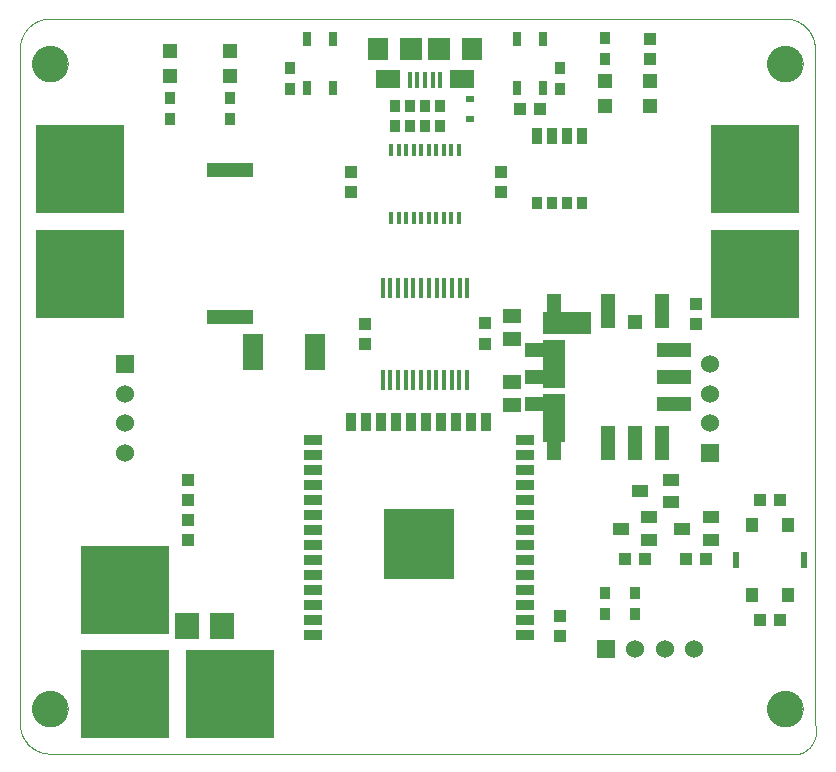
<source format=gts>
G75*
%MOIN*%
%OFA0B0*%
%FSLAX25Y25*%
%IPPOS*%
%LPD*%
%AMOC8*
5,1,8,0,0,1.08239X$1,22.5*
%
%ADD10C,0.00000*%
%ADD11R,0.02500X0.05000*%
%ADD12R,0.04252X0.04134*%
%ADD13R,0.07874X0.08661*%
%ADD14R,0.03937X0.04331*%
%ADD15R,0.03346X0.04134*%
%ADD16R,0.06000X0.06000*%
%ADD17C,0.06000*%
%ADD18R,0.03150X0.02362*%
%ADD19R,0.01500X0.04303*%
%ADD20R,0.01575X0.05315*%
%ADD21R,0.08268X0.06299*%
%ADD22R,0.07087X0.07480*%
%ADD23R,0.07480X0.07480*%
%ADD24R,0.04724X0.04724*%
%ADD25R,0.04331X0.03937*%
%ADD26R,0.01772X0.07087*%
%ADD27R,0.29528X0.29528*%
%ADD28C,0.11811*%
%ADD29R,0.03346X0.05709*%
%ADD30R,0.05906X0.03543*%
%ADD31R,0.03543X0.05906*%
%ADD32R,0.23622X0.23622*%
%ADD33R,0.15748X0.04724*%
%ADD34R,0.04134X0.04252*%
%ADD35R,0.07008X0.12402*%
%ADD36R,0.04331X0.05118*%
%ADD37R,0.02362X0.05512*%
%ADD38R,0.04528X0.11811*%
%ADD39R,0.07520X0.16496*%
%ADD40R,0.16496X0.07520*%
%ADD41R,0.11811X0.04528*%
%ADD42R,0.04528X0.04528*%
%ADD43R,0.05906X0.05118*%
%ADD44R,0.05512X0.03937*%
D10*
X0081800Y0068933D02*
X0081800Y0293933D01*
X0081803Y0294175D01*
X0081812Y0294416D01*
X0081826Y0294657D01*
X0081847Y0294898D01*
X0081873Y0295138D01*
X0081905Y0295378D01*
X0081943Y0295617D01*
X0081986Y0295854D01*
X0082036Y0296091D01*
X0082091Y0296326D01*
X0082151Y0296560D01*
X0082218Y0296792D01*
X0082289Y0297023D01*
X0082367Y0297252D01*
X0082450Y0297479D01*
X0082538Y0297704D01*
X0082632Y0297927D01*
X0082731Y0298147D01*
X0082836Y0298365D01*
X0082945Y0298580D01*
X0083060Y0298793D01*
X0083180Y0299003D01*
X0083305Y0299209D01*
X0083435Y0299413D01*
X0083570Y0299614D01*
X0083710Y0299811D01*
X0083854Y0300005D01*
X0084003Y0300195D01*
X0084157Y0300381D01*
X0084315Y0300564D01*
X0084477Y0300743D01*
X0084644Y0300918D01*
X0084815Y0301089D01*
X0084990Y0301256D01*
X0085169Y0301418D01*
X0085352Y0301576D01*
X0085538Y0301730D01*
X0085728Y0301879D01*
X0085922Y0302023D01*
X0086119Y0302163D01*
X0086320Y0302298D01*
X0086524Y0302428D01*
X0086730Y0302553D01*
X0086940Y0302673D01*
X0087153Y0302788D01*
X0087368Y0302897D01*
X0087586Y0303002D01*
X0087806Y0303101D01*
X0088029Y0303195D01*
X0088254Y0303283D01*
X0088481Y0303366D01*
X0088710Y0303444D01*
X0088941Y0303515D01*
X0089173Y0303582D01*
X0089407Y0303642D01*
X0089642Y0303697D01*
X0089879Y0303747D01*
X0090116Y0303790D01*
X0090355Y0303828D01*
X0090595Y0303860D01*
X0090835Y0303886D01*
X0091076Y0303907D01*
X0091317Y0303921D01*
X0091558Y0303930D01*
X0091800Y0303933D01*
X0336800Y0303933D01*
X0337042Y0303930D01*
X0337283Y0303921D01*
X0337524Y0303907D01*
X0337765Y0303886D01*
X0338005Y0303860D01*
X0338245Y0303828D01*
X0338484Y0303790D01*
X0338721Y0303747D01*
X0338958Y0303697D01*
X0339193Y0303642D01*
X0339427Y0303582D01*
X0339659Y0303515D01*
X0339890Y0303444D01*
X0340119Y0303366D01*
X0340346Y0303283D01*
X0340571Y0303195D01*
X0340794Y0303101D01*
X0341014Y0303002D01*
X0341232Y0302897D01*
X0341447Y0302788D01*
X0341660Y0302673D01*
X0341870Y0302553D01*
X0342076Y0302428D01*
X0342280Y0302298D01*
X0342481Y0302163D01*
X0342678Y0302023D01*
X0342872Y0301879D01*
X0343062Y0301730D01*
X0343248Y0301576D01*
X0343431Y0301418D01*
X0343610Y0301256D01*
X0343785Y0301089D01*
X0343956Y0300918D01*
X0344123Y0300743D01*
X0344285Y0300564D01*
X0344443Y0300381D01*
X0344597Y0300195D01*
X0344746Y0300005D01*
X0344890Y0299811D01*
X0345030Y0299614D01*
X0345165Y0299413D01*
X0345295Y0299209D01*
X0345420Y0299003D01*
X0345540Y0298793D01*
X0345655Y0298580D01*
X0345764Y0298365D01*
X0345869Y0298147D01*
X0345968Y0297927D01*
X0346062Y0297704D01*
X0346150Y0297479D01*
X0346233Y0297252D01*
X0346311Y0297023D01*
X0346382Y0296792D01*
X0346449Y0296560D01*
X0346509Y0296326D01*
X0346564Y0296091D01*
X0346614Y0295854D01*
X0346657Y0295617D01*
X0346695Y0295378D01*
X0346727Y0295138D01*
X0346753Y0294898D01*
X0346774Y0294657D01*
X0346788Y0294416D01*
X0346797Y0294175D01*
X0346800Y0293933D01*
X0346800Y0068933D01*
X0346859Y0068751D01*
X0346912Y0068568D01*
X0346962Y0068383D01*
X0347007Y0068198D01*
X0347047Y0068011D01*
X0347083Y0067823D01*
X0347114Y0067635D01*
X0347141Y0067446D01*
X0347163Y0067256D01*
X0347181Y0067066D01*
X0347194Y0066875D01*
X0347202Y0066684D01*
X0347206Y0066493D01*
X0347205Y0066302D01*
X0347199Y0066111D01*
X0347189Y0065920D01*
X0347175Y0065730D01*
X0347155Y0065540D01*
X0347131Y0065350D01*
X0347103Y0065161D01*
X0347070Y0064973D01*
X0347032Y0064786D01*
X0346990Y0064599D01*
X0346944Y0064414D01*
X0346893Y0064230D01*
X0346837Y0064047D01*
X0346778Y0063866D01*
X0346713Y0063686D01*
X0346645Y0063507D01*
X0346572Y0063331D01*
X0346495Y0063156D01*
X0346414Y0062983D01*
X0346328Y0062812D01*
X0346239Y0062643D01*
X0346145Y0062477D01*
X0346047Y0062313D01*
X0345946Y0062151D01*
X0345840Y0061991D01*
X0345731Y0061835D01*
X0345618Y0061681D01*
X0345502Y0061529D01*
X0345381Y0061381D01*
X0345257Y0061235D01*
X0345130Y0061093D01*
X0344999Y0060954D01*
X0344865Y0060818D01*
X0344728Y0060685D01*
X0344587Y0060555D01*
X0344444Y0060429D01*
X0344297Y0060307D01*
X0344148Y0060188D01*
X0343995Y0060072D01*
X0343840Y0059961D01*
X0343683Y0059853D01*
X0343522Y0059749D01*
X0343360Y0059649D01*
X0343195Y0059553D01*
X0343027Y0059461D01*
X0342858Y0059373D01*
X0342686Y0059289D01*
X0342512Y0059209D01*
X0342337Y0059134D01*
X0342160Y0059062D01*
X0341981Y0058995D01*
X0341800Y0058933D01*
X0091800Y0058933D01*
X0091558Y0058936D01*
X0091317Y0058945D01*
X0091076Y0058959D01*
X0090835Y0058980D01*
X0090595Y0059006D01*
X0090355Y0059038D01*
X0090116Y0059076D01*
X0089879Y0059119D01*
X0089642Y0059169D01*
X0089407Y0059224D01*
X0089173Y0059284D01*
X0088941Y0059351D01*
X0088710Y0059422D01*
X0088481Y0059500D01*
X0088254Y0059583D01*
X0088029Y0059671D01*
X0087806Y0059765D01*
X0087586Y0059864D01*
X0087368Y0059969D01*
X0087153Y0060078D01*
X0086940Y0060193D01*
X0086730Y0060313D01*
X0086524Y0060438D01*
X0086320Y0060568D01*
X0086119Y0060703D01*
X0085922Y0060843D01*
X0085728Y0060987D01*
X0085538Y0061136D01*
X0085352Y0061290D01*
X0085169Y0061448D01*
X0084990Y0061610D01*
X0084815Y0061777D01*
X0084644Y0061948D01*
X0084477Y0062123D01*
X0084315Y0062302D01*
X0084157Y0062485D01*
X0084003Y0062671D01*
X0083854Y0062861D01*
X0083710Y0063055D01*
X0083570Y0063252D01*
X0083435Y0063453D01*
X0083305Y0063657D01*
X0083180Y0063863D01*
X0083060Y0064073D01*
X0082945Y0064286D01*
X0082836Y0064501D01*
X0082731Y0064719D01*
X0082632Y0064939D01*
X0082538Y0065162D01*
X0082450Y0065387D01*
X0082367Y0065614D01*
X0082289Y0065843D01*
X0082218Y0066074D01*
X0082151Y0066306D01*
X0082091Y0066540D01*
X0082036Y0066775D01*
X0081986Y0067012D01*
X0081943Y0067249D01*
X0081905Y0067488D01*
X0081873Y0067728D01*
X0081847Y0067968D01*
X0081826Y0068209D01*
X0081812Y0068450D01*
X0081803Y0068691D01*
X0081800Y0068933D01*
X0085894Y0073933D02*
X0085896Y0074086D01*
X0085902Y0074240D01*
X0085912Y0074393D01*
X0085926Y0074545D01*
X0085944Y0074698D01*
X0085966Y0074849D01*
X0085991Y0075000D01*
X0086021Y0075151D01*
X0086055Y0075301D01*
X0086092Y0075449D01*
X0086133Y0075597D01*
X0086178Y0075743D01*
X0086227Y0075889D01*
X0086280Y0076033D01*
X0086336Y0076175D01*
X0086396Y0076316D01*
X0086460Y0076456D01*
X0086527Y0076594D01*
X0086598Y0076730D01*
X0086673Y0076864D01*
X0086750Y0076996D01*
X0086832Y0077126D01*
X0086916Y0077254D01*
X0087004Y0077380D01*
X0087095Y0077503D01*
X0087189Y0077624D01*
X0087287Y0077742D01*
X0087387Y0077858D01*
X0087491Y0077971D01*
X0087597Y0078082D01*
X0087706Y0078190D01*
X0087818Y0078295D01*
X0087932Y0078396D01*
X0088050Y0078495D01*
X0088169Y0078591D01*
X0088291Y0078684D01*
X0088416Y0078773D01*
X0088543Y0078860D01*
X0088672Y0078942D01*
X0088803Y0079022D01*
X0088936Y0079098D01*
X0089071Y0079171D01*
X0089208Y0079240D01*
X0089347Y0079305D01*
X0089487Y0079367D01*
X0089629Y0079425D01*
X0089772Y0079480D01*
X0089917Y0079531D01*
X0090063Y0079578D01*
X0090210Y0079621D01*
X0090358Y0079660D01*
X0090507Y0079696D01*
X0090657Y0079727D01*
X0090808Y0079755D01*
X0090959Y0079779D01*
X0091112Y0079799D01*
X0091264Y0079815D01*
X0091417Y0079827D01*
X0091570Y0079835D01*
X0091723Y0079839D01*
X0091877Y0079839D01*
X0092030Y0079835D01*
X0092183Y0079827D01*
X0092336Y0079815D01*
X0092488Y0079799D01*
X0092641Y0079779D01*
X0092792Y0079755D01*
X0092943Y0079727D01*
X0093093Y0079696D01*
X0093242Y0079660D01*
X0093390Y0079621D01*
X0093537Y0079578D01*
X0093683Y0079531D01*
X0093828Y0079480D01*
X0093971Y0079425D01*
X0094113Y0079367D01*
X0094253Y0079305D01*
X0094392Y0079240D01*
X0094529Y0079171D01*
X0094664Y0079098D01*
X0094797Y0079022D01*
X0094928Y0078942D01*
X0095057Y0078860D01*
X0095184Y0078773D01*
X0095309Y0078684D01*
X0095431Y0078591D01*
X0095550Y0078495D01*
X0095668Y0078396D01*
X0095782Y0078295D01*
X0095894Y0078190D01*
X0096003Y0078082D01*
X0096109Y0077971D01*
X0096213Y0077858D01*
X0096313Y0077742D01*
X0096411Y0077624D01*
X0096505Y0077503D01*
X0096596Y0077380D01*
X0096684Y0077254D01*
X0096768Y0077126D01*
X0096850Y0076996D01*
X0096927Y0076864D01*
X0097002Y0076730D01*
X0097073Y0076594D01*
X0097140Y0076456D01*
X0097204Y0076316D01*
X0097264Y0076175D01*
X0097320Y0076033D01*
X0097373Y0075889D01*
X0097422Y0075743D01*
X0097467Y0075597D01*
X0097508Y0075449D01*
X0097545Y0075301D01*
X0097579Y0075151D01*
X0097609Y0075000D01*
X0097634Y0074849D01*
X0097656Y0074698D01*
X0097674Y0074545D01*
X0097688Y0074393D01*
X0097698Y0074240D01*
X0097704Y0074086D01*
X0097706Y0073933D01*
X0097704Y0073780D01*
X0097698Y0073626D01*
X0097688Y0073473D01*
X0097674Y0073321D01*
X0097656Y0073168D01*
X0097634Y0073017D01*
X0097609Y0072866D01*
X0097579Y0072715D01*
X0097545Y0072565D01*
X0097508Y0072417D01*
X0097467Y0072269D01*
X0097422Y0072123D01*
X0097373Y0071977D01*
X0097320Y0071833D01*
X0097264Y0071691D01*
X0097204Y0071550D01*
X0097140Y0071410D01*
X0097073Y0071272D01*
X0097002Y0071136D01*
X0096927Y0071002D01*
X0096850Y0070870D01*
X0096768Y0070740D01*
X0096684Y0070612D01*
X0096596Y0070486D01*
X0096505Y0070363D01*
X0096411Y0070242D01*
X0096313Y0070124D01*
X0096213Y0070008D01*
X0096109Y0069895D01*
X0096003Y0069784D01*
X0095894Y0069676D01*
X0095782Y0069571D01*
X0095668Y0069470D01*
X0095550Y0069371D01*
X0095431Y0069275D01*
X0095309Y0069182D01*
X0095184Y0069093D01*
X0095057Y0069006D01*
X0094928Y0068924D01*
X0094797Y0068844D01*
X0094664Y0068768D01*
X0094529Y0068695D01*
X0094392Y0068626D01*
X0094253Y0068561D01*
X0094113Y0068499D01*
X0093971Y0068441D01*
X0093828Y0068386D01*
X0093683Y0068335D01*
X0093537Y0068288D01*
X0093390Y0068245D01*
X0093242Y0068206D01*
X0093093Y0068170D01*
X0092943Y0068139D01*
X0092792Y0068111D01*
X0092641Y0068087D01*
X0092488Y0068067D01*
X0092336Y0068051D01*
X0092183Y0068039D01*
X0092030Y0068031D01*
X0091877Y0068027D01*
X0091723Y0068027D01*
X0091570Y0068031D01*
X0091417Y0068039D01*
X0091264Y0068051D01*
X0091112Y0068067D01*
X0090959Y0068087D01*
X0090808Y0068111D01*
X0090657Y0068139D01*
X0090507Y0068170D01*
X0090358Y0068206D01*
X0090210Y0068245D01*
X0090063Y0068288D01*
X0089917Y0068335D01*
X0089772Y0068386D01*
X0089629Y0068441D01*
X0089487Y0068499D01*
X0089347Y0068561D01*
X0089208Y0068626D01*
X0089071Y0068695D01*
X0088936Y0068768D01*
X0088803Y0068844D01*
X0088672Y0068924D01*
X0088543Y0069006D01*
X0088416Y0069093D01*
X0088291Y0069182D01*
X0088169Y0069275D01*
X0088050Y0069371D01*
X0087932Y0069470D01*
X0087818Y0069571D01*
X0087706Y0069676D01*
X0087597Y0069784D01*
X0087491Y0069895D01*
X0087387Y0070008D01*
X0087287Y0070124D01*
X0087189Y0070242D01*
X0087095Y0070363D01*
X0087004Y0070486D01*
X0086916Y0070612D01*
X0086832Y0070740D01*
X0086750Y0070870D01*
X0086673Y0071002D01*
X0086598Y0071136D01*
X0086527Y0071272D01*
X0086460Y0071410D01*
X0086396Y0071550D01*
X0086336Y0071691D01*
X0086280Y0071833D01*
X0086227Y0071977D01*
X0086178Y0072123D01*
X0086133Y0072269D01*
X0086092Y0072417D01*
X0086055Y0072565D01*
X0086021Y0072715D01*
X0085991Y0072866D01*
X0085966Y0073017D01*
X0085944Y0073168D01*
X0085926Y0073321D01*
X0085912Y0073473D01*
X0085902Y0073626D01*
X0085896Y0073780D01*
X0085894Y0073933D01*
X0330894Y0073933D02*
X0330896Y0074086D01*
X0330902Y0074240D01*
X0330912Y0074393D01*
X0330926Y0074545D01*
X0330944Y0074698D01*
X0330966Y0074849D01*
X0330991Y0075000D01*
X0331021Y0075151D01*
X0331055Y0075301D01*
X0331092Y0075449D01*
X0331133Y0075597D01*
X0331178Y0075743D01*
X0331227Y0075889D01*
X0331280Y0076033D01*
X0331336Y0076175D01*
X0331396Y0076316D01*
X0331460Y0076456D01*
X0331527Y0076594D01*
X0331598Y0076730D01*
X0331673Y0076864D01*
X0331750Y0076996D01*
X0331832Y0077126D01*
X0331916Y0077254D01*
X0332004Y0077380D01*
X0332095Y0077503D01*
X0332189Y0077624D01*
X0332287Y0077742D01*
X0332387Y0077858D01*
X0332491Y0077971D01*
X0332597Y0078082D01*
X0332706Y0078190D01*
X0332818Y0078295D01*
X0332932Y0078396D01*
X0333050Y0078495D01*
X0333169Y0078591D01*
X0333291Y0078684D01*
X0333416Y0078773D01*
X0333543Y0078860D01*
X0333672Y0078942D01*
X0333803Y0079022D01*
X0333936Y0079098D01*
X0334071Y0079171D01*
X0334208Y0079240D01*
X0334347Y0079305D01*
X0334487Y0079367D01*
X0334629Y0079425D01*
X0334772Y0079480D01*
X0334917Y0079531D01*
X0335063Y0079578D01*
X0335210Y0079621D01*
X0335358Y0079660D01*
X0335507Y0079696D01*
X0335657Y0079727D01*
X0335808Y0079755D01*
X0335959Y0079779D01*
X0336112Y0079799D01*
X0336264Y0079815D01*
X0336417Y0079827D01*
X0336570Y0079835D01*
X0336723Y0079839D01*
X0336877Y0079839D01*
X0337030Y0079835D01*
X0337183Y0079827D01*
X0337336Y0079815D01*
X0337488Y0079799D01*
X0337641Y0079779D01*
X0337792Y0079755D01*
X0337943Y0079727D01*
X0338093Y0079696D01*
X0338242Y0079660D01*
X0338390Y0079621D01*
X0338537Y0079578D01*
X0338683Y0079531D01*
X0338828Y0079480D01*
X0338971Y0079425D01*
X0339113Y0079367D01*
X0339253Y0079305D01*
X0339392Y0079240D01*
X0339529Y0079171D01*
X0339664Y0079098D01*
X0339797Y0079022D01*
X0339928Y0078942D01*
X0340057Y0078860D01*
X0340184Y0078773D01*
X0340309Y0078684D01*
X0340431Y0078591D01*
X0340550Y0078495D01*
X0340668Y0078396D01*
X0340782Y0078295D01*
X0340894Y0078190D01*
X0341003Y0078082D01*
X0341109Y0077971D01*
X0341213Y0077858D01*
X0341313Y0077742D01*
X0341411Y0077624D01*
X0341505Y0077503D01*
X0341596Y0077380D01*
X0341684Y0077254D01*
X0341768Y0077126D01*
X0341850Y0076996D01*
X0341927Y0076864D01*
X0342002Y0076730D01*
X0342073Y0076594D01*
X0342140Y0076456D01*
X0342204Y0076316D01*
X0342264Y0076175D01*
X0342320Y0076033D01*
X0342373Y0075889D01*
X0342422Y0075743D01*
X0342467Y0075597D01*
X0342508Y0075449D01*
X0342545Y0075301D01*
X0342579Y0075151D01*
X0342609Y0075000D01*
X0342634Y0074849D01*
X0342656Y0074698D01*
X0342674Y0074545D01*
X0342688Y0074393D01*
X0342698Y0074240D01*
X0342704Y0074086D01*
X0342706Y0073933D01*
X0342704Y0073780D01*
X0342698Y0073626D01*
X0342688Y0073473D01*
X0342674Y0073321D01*
X0342656Y0073168D01*
X0342634Y0073017D01*
X0342609Y0072866D01*
X0342579Y0072715D01*
X0342545Y0072565D01*
X0342508Y0072417D01*
X0342467Y0072269D01*
X0342422Y0072123D01*
X0342373Y0071977D01*
X0342320Y0071833D01*
X0342264Y0071691D01*
X0342204Y0071550D01*
X0342140Y0071410D01*
X0342073Y0071272D01*
X0342002Y0071136D01*
X0341927Y0071002D01*
X0341850Y0070870D01*
X0341768Y0070740D01*
X0341684Y0070612D01*
X0341596Y0070486D01*
X0341505Y0070363D01*
X0341411Y0070242D01*
X0341313Y0070124D01*
X0341213Y0070008D01*
X0341109Y0069895D01*
X0341003Y0069784D01*
X0340894Y0069676D01*
X0340782Y0069571D01*
X0340668Y0069470D01*
X0340550Y0069371D01*
X0340431Y0069275D01*
X0340309Y0069182D01*
X0340184Y0069093D01*
X0340057Y0069006D01*
X0339928Y0068924D01*
X0339797Y0068844D01*
X0339664Y0068768D01*
X0339529Y0068695D01*
X0339392Y0068626D01*
X0339253Y0068561D01*
X0339113Y0068499D01*
X0338971Y0068441D01*
X0338828Y0068386D01*
X0338683Y0068335D01*
X0338537Y0068288D01*
X0338390Y0068245D01*
X0338242Y0068206D01*
X0338093Y0068170D01*
X0337943Y0068139D01*
X0337792Y0068111D01*
X0337641Y0068087D01*
X0337488Y0068067D01*
X0337336Y0068051D01*
X0337183Y0068039D01*
X0337030Y0068031D01*
X0336877Y0068027D01*
X0336723Y0068027D01*
X0336570Y0068031D01*
X0336417Y0068039D01*
X0336264Y0068051D01*
X0336112Y0068067D01*
X0335959Y0068087D01*
X0335808Y0068111D01*
X0335657Y0068139D01*
X0335507Y0068170D01*
X0335358Y0068206D01*
X0335210Y0068245D01*
X0335063Y0068288D01*
X0334917Y0068335D01*
X0334772Y0068386D01*
X0334629Y0068441D01*
X0334487Y0068499D01*
X0334347Y0068561D01*
X0334208Y0068626D01*
X0334071Y0068695D01*
X0333936Y0068768D01*
X0333803Y0068844D01*
X0333672Y0068924D01*
X0333543Y0069006D01*
X0333416Y0069093D01*
X0333291Y0069182D01*
X0333169Y0069275D01*
X0333050Y0069371D01*
X0332932Y0069470D01*
X0332818Y0069571D01*
X0332706Y0069676D01*
X0332597Y0069784D01*
X0332491Y0069895D01*
X0332387Y0070008D01*
X0332287Y0070124D01*
X0332189Y0070242D01*
X0332095Y0070363D01*
X0332004Y0070486D01*
X0331916Y0070612D01*
X0331832Y0070740D01*
X0331750Y0070870D01*
X0331673Y0071002D01*
X0331598Y0071136D01*
X0331527Y0071272D01*
X0331460Y0071410D01*
X0331396Y0071550D01*
X0331336Y0071691D01*
X0331280Y0071833D01*
X0331227Y0071977D01*
X0331178Y0072123D01*
X0331133Y0072269D01*
X0331092Y0072417D01*
X0331055Y0072565D01*
X0331021Y0072715D01*
X0330991Y0072866D01*
X0330966Y0073017D01*
X0330944Y0073168D01*
X0330926Y0073321D01*
X0330912Y0073473D01*
X0330902Y0073626D01*
X0330896Y0073780D01*
X0330894Y0073933D01*
X0330894Y0288933D02*
X0330896Y0289086D01*
X0330902Y0289240D01*
X0330912Y0289393D01*
X0330926Y0289545D01*
X0330944Y0289698D01*
X0330966Y0289849D01*
X0330991Y0290000D01*
X0331021Y0290151D01*
X0331055Y0290301D01*
X0331092Y0290449D01*
X0331133Y0290597D01*
X0331178Y0290743D01*
X0331227Y0290889D01*
X0331280Y0291033D01*
X0331336Y0291175D01*
X0331396Y0291316D01*
X0331460Y0291456D01*
X0331527Y0291594D01*
X0331598Y0291730D01*
X0331673Y0291864D01*
X0331750Y0291996D01*
X0331832Y0292126D01*
X0331916Y0292254D01*
X0332004Y0292380D01*
X0332095Y0292503D01*
X0332189Y0292624D01*
X0332287Y0292742D01*
X0332387Y0292858D01*
X0332491Y0292971D01*
X0332597Y0293082D01*
X0332706Y0293190D01*
X0332818Y0293295D01*
X0332932Y0293396D01*
X0333050Y0293495D01*
X0333169Y0293591D01*
X0333291Y0293684D01*
X0333416Y0293773D01*
X0333543Y0293860D01*
X0333672Y0293942D01*
X0333803Y0294022D01*
X0333936Y0294098D01*
X0334071Y0294171D01*
X0334208Y0294240D01*
X0334347Y0294305D01*
X0334487Y0294367D01*
X0334629Y0294425D01*
X0334772Y0294480D01*
X0334917Y0294531D01*
X0335063Y0294578D01*
X0335210Y0294621D01*
X0335358Y0294660D01*
X0335507Y0294696D01*
X0335657Y0294727D01*
X0335808Y0294755D01*
X0335959Y0294779D01*
X0336112Y0294799D01*
X0336264Y0294815D01*
X0336417Y0294827D01*
X0336570Y0294835D01*
X0336723Y0294839D01*
X0336877Y0294839D01*
X0337030Y0294835D01*
X0337183Y0294827D01*
X0337336Y0294815D01*
X0337488Y0294799D01*
X0337641Y0294779D01*
X0337792Y0294755D01*
X0337943Y0294727D01*
X0338093Y0294696D01*
X0338242Y0294660D01*
X0338390Y0294621D01*
X0338537Y0294578D01*
X0338683Y0294531D01*
X0338828Y0294480D01*
X0338971Y0294425D01*
X0339113Y0294367D01*
X0339253Y0294305D01*
X0339392Y0294240D01*
X0339529Y0294171D01*
X0339664Y0294098D01*
X0339797Y0294022D01*
X0339928Y0293942D01*
X0340057Y0293860D01*
X0340184Y0293773D01*
X0340309Y0293684D01*
X0340431Y0293591D01*
X0340550Y0293495D01*
X0340668Y0293396D01*
X0340782Y0293295D01*
X0340894Y0293190D01*
X0341003Y0293082D01*
X0341109Y0292971D01*
X0341213Y0292858D01*
X0341313Y0292742D01*
X0341411Y0292624D01*
X0341505Y0292503D01*
X0341596Y0292380D01*
X0341684Y0292254D01*
X0341768Y0292126D01*
X0341850Y0291996D01*
X0341927Y0291864D01*
X0342002Y0291730D01*
X0342073Y0291594D01*
X0342140Y0291456D01*
X0342204Y0291316D01*
X0342264Y0291175D01*
X0342320Y0291033D01*
X0342373Y0290889D01*
X0342422Y0290743D01*
X0342467Y0290597D01*
X0342508Y0290449D01*
X0342545Y0290301D01*
X0342579Y0290151D01*
X0342609Y0290000D01*
X0342634Y0289849D01*
X0342656Y0289698D01*
X0342674Y0289545D01*
X0342688Y0289393D01*
X0342698Y0289240D01*
X0342704Y0289086D01*
X0342706Y0288933D01*
X0342704Y0288780D01*
X0342698Y0288626D01*
X0342688Y0288473D01*
X0342674Y0288321D01*
X0342656Y0288168D01*
X0342634Y0288017D01*
X0342609Y0287866D01*
X0342579Y0287715D01*
X0342545Y0287565D01*
X0342508Y0287417D01*
X0342467Y0287269D01*
X0342422Y0287123D01*
X0342373Y0286977D01*
X0342320Y0286833D01*
X0342264Y0286691D01*
X0342204Y0286550D01*
X0342140Y0286410D01*
X0342073Y0286272D01*
X0342002Y0286136D01*
X0341927Y0286002D01*
X0341850Y0285870D01*
X0341768Y0285740D01*
X0341684Y0285612D01*
X0341596Y0285486D01*
X0341505Y0285363D01*
X0341411Y0285242D01*
X0341313Y0285124D01*
X0341213Y0285008D01*
X0341109Y0284895D01*
X0341003Y0284784D01*
X0340894Y0284676D01*
X0340782Y0284571D01*
X0340668Y0284470D01*
X0340550Y0284371D01*
X0340431Y0284275D01*
X0340309Y0284182D01*
X0340184Y0284093D01*
X0340057Y0284006D01*
X0339928Y0283924D01*
X0339797Y0283844D01*
X0339664Y0283768D01*
X0339529Y0283695D01*
X0339392Y0283626D01*
X0339253Y0283561D01*
X0339113Y0283499D01*
X0338971Y0283441D01*
X0338828Y0283386D01*
X0338683Y0283335D01*
X0338537Y0283288D01*
X0338390Y0283245D01*
X0338242Y0283206D01*
X0338093Y0283170D01*
X0337943Y0283139D01*
X0337792Y0283111D01*
X0337641Y0283087D01*
X0337488Y0283067D01*
X0337336Y0283051D01*
X0337183Y0283039D01*
X0337030Y0283031D01*
X0336877Y0283027D01*
X0336723Y0283027D01*
X0336570Y0283031D01*
X0336417Y0283039D01*
X0336264Y0283051D01*
X0336112Y0283067D01*
X0335959Y0283087D01*
X0335808Y0283111D01*
X0335657Y0283139D01*
X0335507Y0283170D01*
X0335358Y0283206D01*
X0335210Y0283245D01*
X0335063Y0283288D01*
X0334917Y0283335D01*
X0334772Y0283386D01*
X0334629Y0283441D01*
X0334487Y0283499D01*
X0334347Y0283561D01*
X0334208Y0283626D01*
X0334071Y0283695D01*
X0333936Y0283768D01*
X0333803Y0283844D01*
X0333672Y0283924D01*
X0333543Y0284006D01*
X0333416Y0284093D01*
X0333291Y0284182D01*
X0333169Y0284275D01*
X0333050Y0284371D01*
X0332932Y0284470D01*
X0332818Y0284571D01*
X0332706Y0284676D01*
X0332597Y0284784D01*
X0332491Y0284895D01*
X0332387Y0285008D01*
X0332287Y0285124D01*
X0332189Y0285242D01*
X0332095Y0285363D01*
X0332004Y0285486D01*
X0331916Y0285612D01*
X0331832Y0285740D01*
X0331750Y0285870D01*
X0331673Y0286002D01*
X0331598Y0286136D01*
X0331527Y0286272D01*
X0331460Y0286410D01*
X0331396Y0286550D01*
X0331336Y0286691D01*
X0331280Y0286833D01*
X0331227Y0286977D01*
X0331178Y0287123D01*
X0331133Y0287269D01*
X0331092Y0287417D01*
X0331055Y0287565D01*
X0331021Y0287715D01*
X0330991Y0287866D01*
X0330966Y0288017D01*
X0330944Y0288168D01*
X0330926Y0288321D01*
X0330912Y0288473D01*
X0330902Y0288626D01*
X0330896Y0288780D01*
X0330894Y0288933D01*
X0085894Y0288933D02*
X0085896Y0289086D01*
X0085902Y0289240D01*
X0085912Y0289393D01*
X0085926Y0289545D01*
X0085944Y0289698D01*
X0085966Y0289849D01*
X0085991Y0290000D01*
X0086021Y0290151D01*
X0086055Y0290301D01*
X0086092Y0290449D01*
X0086133Y0290597D01*
X0086178Y0290743D01*
X0086227Y0290889D01*
X0086280Y0291033D01*
X0086336Y0291175D01*
X0086396Y0291316D01*
X0086460Y0291456D01*
X0086527Y0291594D01*
X0086598Y0291730D01*
X0086673Y0291864D01*
X0086750Y0291996D01*
X0086832Y0292126D01*
X0086916Y0292254D01*
X0087004Y0292380D01*
X0087095Y0292503D01*
X0087189Y0292624D01*
X0087287Y0292742D01*
X0087387Y0292858D01*
X0087491Y0292971D01*
X0087597Y0293082D01*
X0087706Y0293190D01*
X0087818Y0293295D01*
X0087932Y0293396D01*
X0088050Y0293495D01*
X0088169Y0293591D01*
X0088291Y0293684D01*
X0088416Y0293773D01*
X0088543Y0293860D01*
X0088672Y0293942D01*
X0088803Y0294022D01*
X0088936Y0294098D01*
X0089071Y0294171D01*
X0089208Y0294240D01*
X0089347Y0294305D01*
X0089487Y0294367D01*
X0089629Y0294425D01*
X0089772Y0294480D01*
X0089917Y0294531D01*
X0090063Y0294578D01*
X0090210Y0294621D01*
X0090358Y0294660D01*
X0090507Y0294696D01*
X0090657Y0294727D01*
X0090808Y0294755D01*
X0090959Y0294779D01*
X0091112Y0294799D01*
X0091264Y0294815D01*
X0091417Y0294827D01*
X0091570Y0294835D01*
X0091723Y0294839D01*
X0091877Y0294839D01*
X0092030Y0294835D01*
X0092183Y0294827D01*
X0092336Y0294815D01*
X0092488Y0294799D01*
X0092641Y0294779D01*
X0092792Y0294755D01*
X0092943Y0294727D01*
X0093093Y0294696D01*
X0093242Y0294660D01*
X0093390Y0294621D01*
X0093537Y0294578D01*
X0093683Y0294531D01*
X0093828Y0294480D01*
X0093971Y0294425D01*
X0094113Y0294367D01*
X0094253Y0294305D01*
X0094392Y0294240D01*
X0094529Y0294171D01*
X0094664Y0294098D01*
X0094797Y0294022D01*
X0094928Y0293942D01*
X0095057Y0293860D01*
X0095184Y0293773D01*
X0095309Y0293684D01*
X0095431Y0293591D01*
X0095550Y0293495D01*
X0095668Y0293396D01*
X0095782Y0293295D01*
X0095894Y0293190D01*
X0096003Y0293082D01*
X0096109Y0292971D01*
X0096213Y0292858D01*
X0096313Y0292742D01*
X0096411Y0292624D01*
X0096505Y0292503D01*
X0096596Y0292380D01*
X0096684Y0292254D01*
X0096768Y0292126D01*
X0096850Y0291996D01*
X0096927Y0291864D01*
X0097002Y0291730D01*
X0097073Y0291594D01*
X0097140Y0291456D01*
X0097204Y0291316D01*
X0097264Y0291175D01*
X0097320Y0291033D01*
X0097373Y0290889D01*
X0097422Y0290743D01*
X0097467Y0290597D01*
X0097508Y0290449D01*
X0097545Y0290301D01*
X0097579Y0290151D01*
X0097609Y0290000D01*
X0097634Y0289849D01*
X0097656Y0289698D01*
X0097674Y0289545D01*
X0097688Y0289393D01*
X0097698Y0289240D01*
X0097704Y0289086D01*
X0097706Y0288933D01*
X0097704Y0288780D01*
X0097698Y0288626D01*
X0097688Y0288473D01*
X0097674Y0288321D01*
X0097656Y0288168D01*
X0097634Y0288017D01*
X0097609Y0287866D01*
X0097579Y0287715D01*
X0097545Y0287565D01*
X0097508Y0287417D01*
X0097467Y0287269D01*
X0097422Y0287123D01*
X0097373Y0286977D01*
X0097320Y0286833D01*
X0097264Y0286691D01*
X0097204Y0286550D01*
X0097140Y0286410D01*
X0097073Y0286272D01*
X0097002Y0286136D01*
X0096927Y0286002D01*
X0096850Y0285870D01*
X0096768Y0285740D01*
X0096684Y0285612D01*
X0096596Y0285486D01*
X0096505Y0285363D01*
X0096411Y0285242D01*
X0096313Y0285124D01*
X0096213Y0285008D01*
X0096109Y0284895D01*
X0096003Y0284784D01*
X0095894Y0284676D01*
X0095782Y0284571D01*
X0095668Y0284470D01*
X0095550Y0284371D01*
X0095431Y0284275D01*
X0095309Y0284182D01*
X0095184Y0284093D01*
X0095057Y0284006D01*
X0094928Y0283924D01*
X0094797Y0283844D01*
X0094664Y0283768D01*
X0094529Y0283695D01*
X0094392Y0283626D01*
X0094253Y0283561D01*
X0094113Y0283499D01*
X0093971Y0283441D01*
X0093828Y0283386D01*
X0093683Y0283335D01*
X0093537Y0283288D01*
X0093390Y0283245D01*
X0093242Y0283206D01*
X0093093Y0283170D01*
X0092943Y0283139D01*
X0092792Y0283111D01*
X0092641Y0283087D01*
X0092488Y0283067D01*
X0092336Y0283051D01*
X0092183Y0283039D01*
X0092030Y0283031D01*
X0091877Y0283027D01*
X0091723Y0283027D01*
X0091570Y0283031D01*
X0091417Y0283039D01*
X0091264Y0283051D01*
X0091112Y0283067D01*
X0090959Y0283087D01*
X0090808Y0283111D01*
X0090657Y0283139D01*
X0090507Y0283170D01*
X0090358Y0283206D01*
X0090210Y0283245D01*
X0090063Y0283288D01*
X0089917Y0283335D01*
X0089772Y0283386D01*
X0089629Y0283441D01*
X0089487Y0283499D01*
X0089347Y0283561D01*
X0089208Y0283626D01*
X0089071Y0283695D01*
X0088936Y0283768D01*
X0088803Y0283844D01*
X0088672Y0283924D01*
X0088543Y0284006D01*
X0088416Y0284093D01*
X0088291Y0284182D01*
X0088169Y0284275D01*
X0088050Y0284371D01*
X0087932Y0284470D01*
X0087818Y0284571D01*
X0087706Y0284676D01*
X0087597Y0284784D01*
X0087491Y0284895D01*
X0087387Y0285008D01*
X0087287Y0285124D01*
X0087189Y0285242D01*
X0087095Y0285363D01*
X0087004Y0285486D01*
X0086916Y0285612D01*
X0086832Y0285740D01*
X0086750Y0285870D01*
X0086673Y0286002D01*
X0086598Y0286136D01*
X0086527Y0286272D01*
X0086460Y0286410D01*
X0086396Y0286550D01*
X0086336Y0286691D01*
X0086280Y0286833D01*
X0086227Y0286977D01*
X0086178Y0287123D01*
X0086133Y0287269D01*
X0086092Y0287417D01*
X0086055Y0287565D01*
X0086021Y0287715D01*
X0085991Y0287866D01*
X0085966Y0288017D01*
X0085944Y0288168D01*
X0085926Y0288321D01*
X0085912Y0288473D01*
X0085902Y0288626D01*
X0085896Y0288780D01*
X0085894Y0288933D01*
D11*
X0177568Y0280764D03*
X0186032Y0280764D03*
X0186032Y0297102D03*
X0177568Y0297102D03*
X0247568Y0297102D03*
X0256032Y0297102D03*
X0256032Y0280764D03*
X0247568Y0280764D03*
D12*
X0242300Y0252878D03*
X0242300Y0245988D03*
X0192300Y0245988D03*
X0192300Y0252878D03*
X0236800Y0202378D03*
X0236800Y0195488D03*
D13*
X0149206Y0101433D03*
X0137394Y0101433D03*
D14*
X0196800Y0195587D03*
X0196800Y0202280D03*
X0283454Y0123933D03*
X0290146Y0123933D03*
X0303954Y0123933D03*
X0310646Y0123933D03*
X0328454Y0143433D03*
X0335146Y0143433D03*
X0335146Y0103433D03*
X0328454Y0103433D03*
X0261800Y0104780D03*
X0261800Y0098087D03*
D15*
X0276800Y0105488D03*
X0276800Y0112378D03*
X0286800Y0112378D03*
X0286800Y0105488D03*
X0269300Y0242319D03*
X0264300Y0242319D03*
X0259300Y0242319D03*
X0254300Y0242319D03*
X0221800Y0267988D03*
X0216800Y0267988D03*
X0211800Y0267988D03*
X0206800Y0267988D03*
X0206800Y0274878D03*
X0211800Y0274878D03*
X0216800Y0274878D03*
X0221800Y0274878D03*
X0261800Y0280488D03*
X0261800Y0287378D03*
X0276800Y0290488D03*
X0276800Y0297378D03*
X0171800Y0287378D03*
X0171800Y0280488D03*
X0151800Y0277378D03*
X0151800Y0270488D03*
X0131800Y0270488D03*
X0131800Y0277378D03*
D16*
X0116800Y0188697D03*
X0277036Y0093933D03*
X0311800Y0159169D03*
D17*
X0311800Y0169012D03*
X0311800Y0178854D03*
X0311800Y0188697D03*
X0306564Y0093933D03*
X0296721Y0093933D03*
X0286879Y0093933D03*
X0116800Y0159169D03*
X0116800Y0169012D03*
X0116800Y0178854D03*
D18*
X0231800Y0270587D03*
X0231800Y0277280D03*
D19*
X0228050Y0260270D03*
X0225550Y0260270D03*
X0223050Y0260270D03*
X0220550Y0260270D03*
X0218050Y0260270D03*
X0215550Y0260270D03*
X0213050Y0260270D03*
X0210550Y0260270D03*
X0208050Y0260270D03*
X0205550Y0260270D03*
X0205550Y0237596D03*
X0208050Y0237596D03*
X0210550Y0237596D03*
X0213050Y0237596D03*
X0215550Y0237596D03*
X0218050Y0237596D03*
X0220550Y0237596D03*
X0223050Y0237596D03*
X0225550Y0237596D03*
X0228050Y0237596D03*
D20*
X0221918Y0283402D03*
X0219359Y0283402D03*
X0216800Y0283402D03*
X0214241Y0283402D03*
X0211682Y0283402D03*
D21*
X0204595Y0283894D03*
X0229005Y0283894D03*
D22*
X0232548Y0293933D03*
X0201052Y0293933D03*
D23*
X0212076Y0293933D03*
X0221524Y0293933D03*
D24*
X0276800Y0283067D03*
X0276800Y0274799D03*
X0291800Y0274799D03*
X0291800Y0283067D03*
X0151800Y0284799D03*
X0151800Y0293067D03*
X0131800Y0293067D03*
X0131800Y0284799D03*
D25*
X0291800Y0290587D03*
X0291800Y0297280D03*
X0307300Y0208780D03*
X0307300Y0202087D03*
X0137800Y0150280D03*
X0137800Y0143587D03*
X0137800Y0136780D03*
X0137800Y0130087D03*
D26*
X0202696Y0183520D03*
X0205255Y0183520D03*
X0207814Y0183520D03*
X0210373Y0183520D03*
X0212932Y0183520D03*
X0215491Y0183520D03*
X0218050Y0183520D03*
X0220609Y0183520D03*
X0223168Y0183520D03*
X0225727Y0183520D03*
X0228286Y0183520D03*
X0230845Y0183520D03*
X0230904Y0214228D03*
X0228345Y0214228D03*
X0225786Y0214228D03*
X0223227Y0214228D03*
X0220668Y0214228D03*
X0218109Y0214228D03*
X0215550Y0214228D03*
X0212991Y0214228D03*
X0210432Y0214228D03*
X0207873Y0214228D03*
X0205314Y0214228D03*
X0202755Y0214228D03*
D27*
X0101800Y0218933D03*
X0101800Y0253933D03*
X0116800Y0113433D03*
X0116800Y0078933D03*
X0151800Y0078933D03*
X0326800Y0218933D03*
X0326800Y0253933D03*
D28*
X0336800Y0288933D03*
X0091800Y0288933D03*
X0091800Y0073933D03*
X0336800Y0073933D03*
D29*
X0269300Y0264760D03*
X0264300Y0264760D03*
X0259300Y0264760D03*
X0254300Y0264760D03*
D30*
X0250233Y0163618D03*
X0250233Y0158618D03*
X0250233Y0153618D03*
X0250233Y0148618D03*
X0250233Y0143618D03*
X0250233Y0138618D03*
X0250233Y0133618D03*
X0250233Y0128618D03*
X0250233Y0123618D03*
X0250233Y0118618D03*
X0250233Y0113618D03*
X0250233Y0108618D03*
X0250233Y0103618D03*
X0250233Y0098618D03*
X0179367Y0098618D03*
X0179367Y0103618D03*
X0179367Y0108618D03*
X0179367Y0113618D03*
X0179367Y0118618D03*
X0179367Y0123618D03*
X0179367Y0128618D03*
X0179367Y0133618D03*
X0179367Y0138618D03*
X0179367Y0143618D03*
X0179367Y0148618D03*
X0179367Y0153618D03*
X0179367Y0158618D03*
X0179367Y0163618D03*
D31*
X0192300Y0169484D03*
X0197300Y0169484D03*
X0202300Y0169484D03*
X0207300Y0169484D03*
X0212300Y0169484D03*
X0217300Y0169484D03*
X0222300Y0169484D03*
X0227300Y0169484D03*
X0232300Y0169484D03*
X0237300Y0169484D03*
D32*
X0214800Y0128933D03*
D33*
X0151800Y0204524D03*
X0151800Y0253343D03*
D34*
X0248355Y0273933D03*
X0255245Y0273933D03*
D35*
X0180095Y0192933D03*
X0159505Y0192933D03*
D36*
X0325894Y0135047D03*
X0337706Y0135047D03*
X0337706Y0111819D03*
X0325894Y0111819D03*
D37*
X0320383Y0123433D03*
X0343217Y0123433D03*
D38*
X0295831Y0162406D03*
X0286816Y0162406D03*
X0277800Y0162406D03*
X0259769Y0162406D03*
X0259769Y0206461D03*
X0277800Y0206461D03*
X0295831Y0206461D03*
D39*
X0259808Y0188921D03*
X0259808Y0170929D03*
D40*
X0264296Y0202425D03*
D41*
X0255772Y0193449D03*
X0255772Y0184433D03*
X0255772Y0175417D03*
X0299828Y0175417D03*
X0299828Y0184433D03*
X0299828Y0193449D03*
D42*
X0286816Y0202858D03*
D43*
X0245800Y0204673D03*
X0245800Y0197193D03*
X0245800Y0182673D03*
X0245800Y0175193D03*
D44*
X0288658Y0146433D03*
X0291524Y0137673D03*
X0291524Y0130193D03*
X0282076Y0133933D03*
X0298942Y0142693D03*
X0302576Y0133933D03*
X0312024Y0130193D03*
X0312024Y0137673D03*
X0298942Y0150173D03*
M02*

</source>
